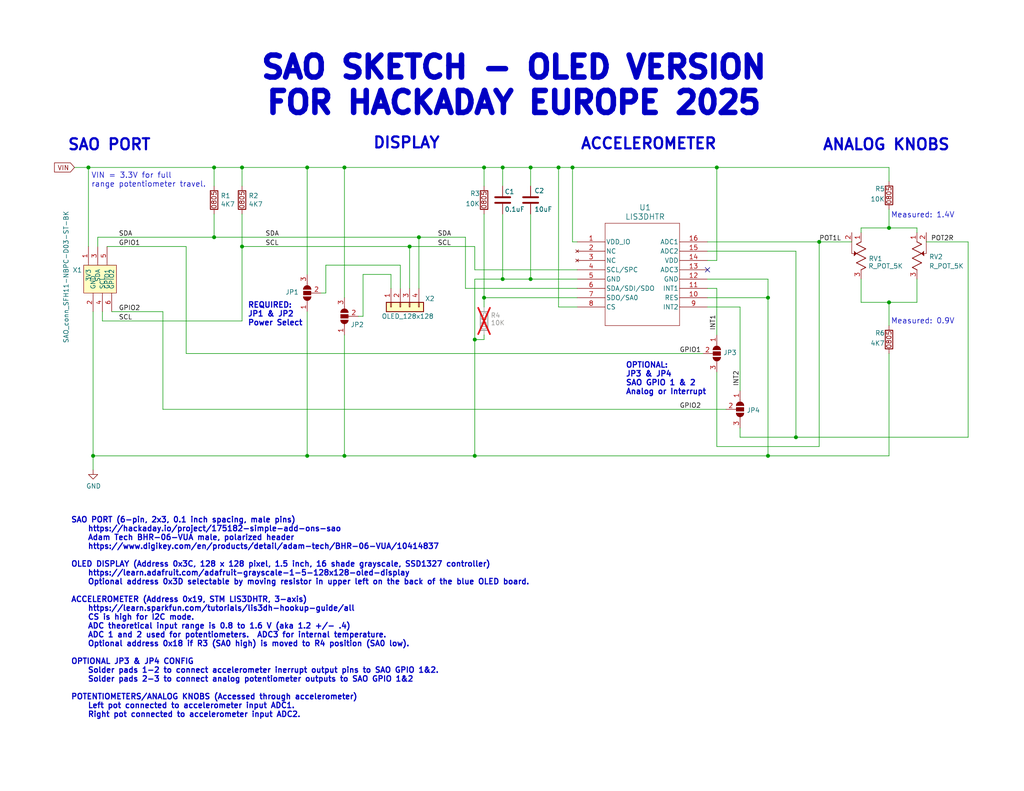
<source format=kicad_sch>
(kicad_sch (version 20231120) (generator "eeschema") (generator_version "8.0")
  (paper "A")
  (title_block (title "SAO Sketch - OLED Version") (date "2025-01-13") (rev "1.3") (company "Concept and design by Andy Geppert @ www.MachineIdeas.com") (comment 2 "https://hackaday.io/project/197581-etch-sao-sketch") (comment 4 "All non-polarized capacitors are X7R or X5R ceramic unless otherwise noted."))
  (lib_symbols
    (symbol "ANDY_SYMBOL_LIBRARY:GND" (power) (pin_names (offset 0))
      (property "Value" "GND" (at 3.937 -1.905 0))
      (symbol "GND_0_1"
        (polyline (pts (xy 0 0) (xy 0 -1.27) (xy 1.27 -1.27) (xy 0 -2.54) (xy -1.27 -1.27) (xy 0 -1.27)))
      )
      (symbol "GND_1_1"
        (pin power_in line (at 0 0 270) (length 0) hide (name "GND") (number "1"))
      )
    )
    (symbol "ANDY_SYMBOL_LIBRARY:LIS3DHTR" (pin_names (offset 0.254))
      (property "Reference" "U" (at 18.288 9.652 0))
      (property "Value" "LIS3DHTR" (at 18.288 7.112 0))
      (symbol "LIS3DHTR_0_1"
        (polyline (pts (xy 7.62 -22.86) (xy 27.94 -22.86)) (stroke (width 0.127)))
        (polyline (pts (xy 7.62 5.08) (xy 7.62 -22.86)) (stroke (width 0.127)))
        (polyline (pts (xy 27.94 -22.86) (xy 27.94 5.08)) (stroke (width 0.127)))
        (polyline (pts (xy 27.94 5.08) (xy 7.62 5.08)) (stroke (width 0.127)))
        (pin power_in line (at 0 0 0) (length 7.62) (name "VDD_IO") (number "1"))
        (pin unspecified line (at 35.56 -15.24 180) (length 7.62) (name "RES") (number "10"))
        (pin unspecified line (at 35.56 -12.7 180) (length 7.62) (name "INT1") (number "11"))
        (pin power_in line (at 35.56 -10.16 180) (length 7.62) (name "GND") (number "12"))
        (pin input line (at 35.56 -7.62 180) (length 7.62) (name "ADC3") (number "13"))
        (pin power_in line (at 35.56 -5.08 180) (length 7.62) (name "VDD") (number "14"))
        (pin input line (at 35.56 -2.54 180) (length 7.62) (name "ADC2") (number "15"))
        (pin input line (at 35.56 0 180) (length 7.62) (name "ADC1") (number "16"))
        (pin no_connect line (at 0 -2.54 0) (length 7.62) (name "NC") (number "2"))
        (pin no_connect line (at 0 -5.08 0) (length 7.62) (name "NC") (number "3"))
        (pin unspecified line (at 0 -7.62 0) (length 7.62) (name "SCL/SPC") (number "4"))
        (pin power_in line (at 0 -10.16 0) (length 7.62) (name "GND") (number "5"))
        (pin unspecified line (at 0 -12.7 0) (length 7.62) (name "SDA/SDI/SDO") (number "6"))
        (pin unspecified line (at 0 -15.24 0) (length 7.62) (name "SDO/SA0") (number "7"))
        (pin unspecified line (at 0 -17.78 0) (length 7.62) (name "CS") (number "8"))
        (pin unspecified line (at 35.56 -17.78 180) (length 7.62) (name "INT2") (number "9"))
      )
    )
    (symbol "ANDY_SYMBOL_LIBRARY:POT_91AR5KLF" (pin_names (offset 0.254))
      (property "Reference" "R" (at 5.715 6.985 0))
      (property "Value" "POT_91AR5KLF" (at 6.35 -3.81 0))
      (symbol "POT_91AR5KLF_1_1"
        (polyline (pts (xy 2.54 0) (xy 3.175 1.27)) (stroke (width 0.2032)))
        (polyline (pts (xy 2.54 2.54) (xy 5.715 2.54)) (stroke (width 0.127)))
        (polyline (pts (xy 3.175 1.27) (xy 4.445 -1.27)) (stroke (width 0.2032)))
        (polyline (pts (xy 4.445 -1.27) (xy 5.715 1.27)) (stroke (width 0.2032)))
        (polyline (pts (xy 5.715 1.27) (xy 6.985 -1.27)) (stroke (width 0.2032)))
        (polyline (pts (xy 5.715 2.54) (xy 5.715 1.27)) (stroke (width 0.127)))
        (polyline (pts (xy 6.985 -1.27) (xy 8.255 1.27)) (stroke (width 0.2032)))
        (polyline (pts (xy 8.255 1.27) (xy 9.525 -1.27)) (stroke (width 0.2032)))
        (polyline (pts (xy 9.525 -1.27) (xy 10.16 0)) (stroke (width 0.2032)))
        (polyline (pts (xy 5.08 1.905) (xy 5.715 1.27) (xy 6.35 1.905) (xy 5.715 1.905)) (fill (type outline)))
        (pin unspecified line (at 0 0 0) (length 2.54) (name "") (number "1"))
        (pin unspecified line (at 2.54 2.54 180) (length 2.54) (name "") (number "2"))
        (pin unspecified line (at 12.7 0 180) (length 2.54) (name "") (number "3"))
      )
    )
    (symbol "ANDY_SYMBOL_LIBRARY:Resistor_0805" (pin_numbers hide) (pin_names (offset 0))
      (property "Reference" "R" (at 2.032 0 90))
      (property "Value" "Resistor_0805" (at 0 0 90))
      (symbol "Resistor_0805_0_1"
        (rectangle (start -1.016 -2.54) (end 1.016 2.54) (stroke (width 0.254)))
      )
      (symbol "Resistor_0805_1_1"
        (text "0805" (at 0 0 900) (effects (font (size 1.27 1.27))))
        (pin passive line (at 0 3.81 270) (length 1.27) (name "~") (number "1"))
        (pin passive line (at 0 -3.81 90) (length 1.27) (name "~") (number "2"))
      )
    )
    (symbol "ANDY_SYMBOL_LIBRARY:SAO_conn_SFH11-NBPC-D03-ST-BK-badgelife_shitty_addon_v169bis" (pin_names (offset 1.016))
      (property "Reference" "X1" (at -8.1534 1.1938 0))
      (property "Value" "SAO_conn_SFH11-NBPC-D03-ST-BK" (at -10.6934 -18.9484 0))
      (symbol "SAO_conn_SFH11-NBPC-D03-ST-BK-badgelife_shitty_addon_v169bis_0_1"
        (rectangle (start -5.08 2.54) (end 3.81 -5.08) (fill (type background)))
      )
      (symbol "SAO_conn_SFH11-NBPC-D03-ST-BK-badgelife_shitty_addon_v169bis_1_1"
        (pin input line (at -3.81 7.62 270) (length 5.08) (name "3V3") (number "1"))
        (pin input line (at -2.54 -10.16 90) (length 5.08) (name "GND") (number "2"))
        (pin input line (at -1.27 7.62 270) (length 5.08) (name "SDA") (number "3"))
        (pin input line (at 0 -10.16 90) (length 5.08) (name "SCL") (number "4"))
        (pin input line (at 1.27 7.62 270) (length 5.08) (name "GPIO1") (number "5"))
        (pin input line (at 2.54 -10.16 90) (length 5.08) (name "GPIO2") (number "6"))
      )
    )
    (symbol "CORE_64_LIBRARY:SolderJumper_3_Open-Jumper" (pin_names (offset 0) hide)
      (property "Reference" "JP1" (at -1.27 2.54 90))
      (symbol "SolderJumper_3_Open-Jumper_0_1"
        (arc (start -1.016 1.016) (mid -2.0275 0) (end -1.016 -1.016))
        (arc (start -1.016 1.016) (mid -2.0275 0) (end -1.016 -1.016) (fill (type outline)))
        (rectangle (start -0.508 1.016) (end 0.508 -1.016) (fill (type outline)))
        (polyline (pts (xy -2.54 0) (xy -2.032 0)))
        (polyline (pts (xy -1.016 1.016) (xy -1.016 -1.016)))
        (polyline (pts (xy 0 -1.27) (xy 0 -1.016)))
        (polyline (pts (xy 1.016 1.016) (xy 1.016 -1.016)))
        (polyline (pts (xy 2.54 0) (xy 2.032 0)))
        (arc (start 1.016 -1.016) (mid 2.0275 0) (end 1.016 1.016))
        (arc (start 1.016 -1.016) (mid 2.0275 0) (end 1.016 1.016) (fill (type outline)))
      )
      (symbol "SolderJumper_3_Open-Jumper_1_1"
        (pin passive line (at -5.08 0 0) (length 2.54) (name "A") (number "1"))
        (pin input line (at 0 -3.81 90) (length 2.54) (name "C") (number "2"))
        (pin passive line (at 5.08 0 180) (length 2.54) (name "B") (number "3"))
      )
    )
    (symbol "Connector_Generic:Conn_01x04" (pin_names (offset 1.016) hide)
      (property "Reference" "J" (at 0 5.08 0))
      (property "Value" "Conn_01x04" (at 0 -7.62 0))
      (symbol "Conn_01x04_1_1"
        (rectangle (start -1.27 -4.953) (end 0 -5.207) (stroke (width 0.1524)))
        (rectangle (start -1.27 -2.413) (end 0 -2.667) (stroke (width 0.1524)))
        (rectangle (start -1.27 0.127) (end 0 -0.127) (stroke (width 0.1524)))
        (rectangle (start -1.27 2.667) (end 0 2.413) (stroke (width 0.1524)))
        (rectangle (start -1.27 3.81) (end 1.27 -6.35) (stroke (width 0.254)) (fill (type background)))
        (pin passive line (at -5.08 2.54 0) (length 3.81) (name "Pin_1") (number "1"))
        (pin passive line (at -5.08 0 0) (length 3.81) (name "Pin_2") (number "2"))
        (pin passive line (at -5.08 -2.54 0) (length 3.81) (name "Pin_3") (number "3"))
        (pin passive line (at -5.08 -5.08 0) (length 3.81) (name "Pin_4") (number "4"))
      )
    )
    (symbol "Device:C" (pin_numbers hide) (pin_names (offset 0.254))
      (property "Reference" "C" (at 0.635 2.54 0))
      (property "Value" "C" (at 0.635 -2.54 0))
      (symbol "C_0_1"
        (polyline (pts (xy -2.032 -0.762) (xy 2.032 -0.762)) (stroke (width 0.508)))
        (polyline (pts (xy -2.032 0.762) (xy 2.032 0.762)) (stroke (width 0.508)))
      )
      (symbol "C_1_1"
        (pin passive line (at 0 3.81 270) (length 2.794) (name "~") (number "1"))
        (pin passive line (at 0 -3.81 90) (length 2.794) (name "~") (number "2"))
      )
    )
  )
  (bus_alias "CA_SHIFT_REGISTER_BUS" (members "CM_SR_CLK" "CM_SR_LAT" "CM_SR_~{OE}" "CM_SR_SER1"))
  (bus_alias "CM_TRANSISTOR_DRIVE_BUS" (members "CM_Q1N" "CM_Q1P" "CM_Q2N" "CM_Q2P" "CM_Q3N" "CM_Q3P" "CM_Q4N" "CM_Q4P" "CM_Q5N" "CM_Q5P" "CM_Q6N" "CM_Q6P" "CM_Q7N" "CM_Q7P" "CM_Q8N" "CM_Q8P" "CM_Q9N" "CM_Q9P" "CM_Q10N" "CM_Q10P" "CA_SR_GPO_A" "CA_SR_GPO_B" "CA_SR_GPO_C" "CA_SR_GPO_D"))
  (bus_alias "GPIO_CPS_BUS" (members "GPIO1_CP1_SAO1" "GPIO2_CP2_SAO2" "GPIO3_CP3_DC" "GPIO4_CP4_CS2" "GPIO5_CP5_HS1" "GPIO6_CP6_HS2" "GPIO7_CP7_HS3" "GPIO8_CP8_HS4"))
  (bus_alias "I2C_3V3_BUS" (members "I2C_3V3_SCL" "I2C_3V3_SDA"))
  (bus_alias "SPI_3V3_BUS" (members "SPI_CD" "SPI_RESET" "SPI_SDI" "SPI_CS1" "SPI_CLK" "SPI_SDO"))
  (junction (at 83.82 45.72))
  (junction (at 93.98 45.72))
  (junction (at 66.04 45.72))
  (junction (at 66.04 67.31))
  (junction (at 217.17 119.38))
  (junction (at 132.08 45.72))
  (junction (at 25.4 124.46))
  (junction (at 83.82 124.46))
  (junction (at 209.55 124.46))
  (junction (at 58.42 64.77))
  (junction (at 144.78 76.2))
  (junction (at 144.78 45.72))
  (junction (at 195.58 45.72))
  (junction (at 129.54 92.71))
  (junction (at 242.57 62.23))
  (junction (at 137.16 45.72))
  (junction (at 242.57 82.55))
  (junction (at 24.13 45.72))
  (junction (at 152.4 45.72))
  (junction (at 58.42 45.72))
  (junction (at 114.3 64.77))
  (junction (at 209.55 81.28))
  (junction (at 111.76 67.31))
  (junction (at 129.54 124.46))
  (junction (at 156.21 45.72))
  (junction (at 223.52 66.04))
  (junction (at 137.16 76.2))
  (junction (at 93.98 124.46))
  (junction (at 132.08 81.28))
  (no_connect (at 193.04 73.66))
  (wire (pts (xy 156.21 45.72) (xy 195.58 45.72)))
  (wire (pts (xy 24.13 45.72) (xy 58.42 45.72)))
  (wire (pts (xy 217.17 119.38) (xy 264.16 119.38)))
  (wire (pts (xy 27.94 87.63) (xy 27.94 85.09)))
  (wire (pts (xy 195.58 121.92) (xy 195.58 101.6)))
  (wire (pts (xy 193.04 83.82) (xy 201.93 83.82)))
  (wire (pts (xy 132.08 81.28) (xy 132.08 58.42)))
  (wire (pts (xy 127 78.74) (xy 127 64.77)))
  (wire (pts (xy 252.73 66.04) (xy 264.16 66.04)))
  (wire (pts (xy 195.58 45.72) (xy 242.57 45.72)))
  (wire (pts (xy 30.48 85.09) (xy 44.45 85.09)))
  (wire (pts (xy 264.16 119.38) (xy 264.16 66.04)))
  (wire (pts (xy 137.16 58.42) (xy 137.16 76.2)))
  (wire (pts (xy 25.4 124.46) (xy 83.82 124.46)))
  (wire (pts (xy 157.48 81.28) (xy 132.08 81.28)))
  (wire (pts (xy 137.16 45.72) (xy 137.16 50.8)))
  (wire (pts (xy 20.32 45.72) (xy 24.13 45.72)))
  (wire (pts (xy 58.42 58.42) (xy 58.42 64.77)))
  (wire (pts (xy 50.8 67.31) (xy 50.8 96.52)))
  (wire (pts (xy 66.04 45.72) (xy 83.82 45.72)))
  (wire (pts (xy 83.82 45.72) (xy 83.82 74.93)))
  (wire (pts (xy 242.57 88.9) (xy 242.57 82.55)))
  (wire (pts (xy 50.8 96.52) (xy 191.77 96.52)))
  (wire (pts (xy 193.04 78.74) (xy 195.58 78.74)))
  (wire (pts (xy 83.82 85.09) (xy 83.82 124.46)))
  (wire (pts (xy 88.9 72.39) (xy 109.22 72.39)))
  (wire (pts (xy 132.08 91.44) (xy 132.08 92.71)))
  (wire (pts (xy 66.04 58.42) (xy 66.04 67.31)))
  (wire (pts (xy 137.16 45.72) (xy 144.78 45.72)))
  (wire (pts (xy 129.54 124.46) (xy 209.55 124.46)))
  (wire (pts (xy 144.78 45.72) (xy 144.78 50.8)))
  (wire (pts (xy 93.98 45.72) (xy 132.08 45.72)))
  (wire (pts (xy 234.95 76.2) (xy 234.95 82.55)))
  (wire (pts (xy 114.3 64.77) (xy 127 64.77)))
  (wire (pts (xy 144.78 76.2) (xy 157.48 76.2)))
  (wire (pts (xy 129.54 76.2) (xy 129.54 92.71)))
  (wire (pts (xy 217.17 68.58) (xy 217.17 119.38)))
  (wire (pts (xy 26.67 64.77) (xy 26.67 67.31)))
  (wire (pts (xy 157.48 78.74) (xy 127 78.74)))
  (wire (pts (xy 99.06 86.36) (xy 99.06 74.93)))
  (wire (pts (xy 93.98 91.44) (xy 93.98 124.46)))
  (wire (pts (xy 152.4 83.82) (xy 157.48 83.82)))
  (wire (pts (xy 109.22 72.39) (xy 109.22 78.74)))
  (wire (pts (xy 58.42 64.77) (xy 114.3 64.77)))
  (wire (pts (xy 58.42 45.72) (xy 66.04 45.72)))
  (wire (pts (xy 106.68 74.93) (xy 106.68 78.74)))
  (wire (pts (xy 83.82 45.72) (xy 93.98 45.72)))
  (wire (pts (xy 195.58 78.74) (xy 195.58 91.44)))
  (wire (pts (xy 242.57 82.55) (xy 250.19 82.55)))
  (wire (pts (xy 157.48 66.04) (xy 156.21 66.04)))
  (wire (pts (xy 195.58 45.72) (xy 195.58 71.12)))
  (wire (pts (xy 132.08 45.72) (xy 137.16 45.72)))
  (wire (pts (xy 223.52 66.04) (xy 223.52 121.92)))
  (wire (pts (xy 58.42 45.72) (xy 58.42 50.8)))
  (wire (pts (xy 209.55 124.46) (xy 242.57 124.46)))
  (wire (pts (xy 132.08 92.71) (xy 129.54 92.71)))
  (wire (pts (xy 44.45 111.76) (xy 198.12 111.76)))
  (wire (pts (xy 93.98 45.72) (xy 93.98 81.28)))
  (wire (pts (xy 144.78 45.72) (xy 152.4 45.72)))
  (wire (pts (xy 234.95 62.23) (xy 242.57 62.23)))
  (wire (pts (xy 27.94 87.63) (xy 66.04 87.63)))
  (wire (pts (xy 83.82 124.46) (xy 93.98 124.46)))
  (wire (pts (xy 242.57 96.52) (xy 242.57 124.46)))
  (wire (pts (xy 114.3 64.77) (xy 114.3 78.74)))
  (wire (pts (xy 111.76 67.31) (xy 129.54 67.31)))
  (wire (pts (xy 152.4 45.72) (xy 152.4 83.82)))
  (wire (pts (xy 193.04 71.12) (xy 195.58 71.12)))
  (wire (pts (xy 137.16 76.2) (xy 144.78 76.2)))
  (wire (pts (xy 88.9 80.01) (xy 87.63 80.01)))
  (wire (pts (xy 44.45 85.09) (xy 44.45 111.76)))
  (wire (pts (xy 223.52 66.04) (xy 232.41 66.04)))
  (wire (pts (xy 242.57 45.72) (xy 242.57 49.53)))
  (wire (pts (xy 137.16 76.2) (xy 129.54 76.2)))
  (wire (pts (xy 217.17 68.58) (xy 193.04 68.58)))
  (wire (pts (xy 223.52 121.92) (xy 195.58 121.92)))
  (wire (pts (xy 129.54 73.66) (xy 129.54 67.31)))
  (wire (pts (xy 201.93 83.82) (xy 201.93 106.68)))
  (wire (pts (xy 152.4 45.72) (xy 156.21 45.72)))
  (wire (pts (xy 209.55 81.28) (xy 209.55 124.46)))
  (wire (pts (xy 144.78 58.42) (xy 144.78 76.2)))
  (wire (pts (xy 156.21 66.04) (xy 156.21 45.72)))
  (wire (pts (xy 250.19 76.2) (xy 250.19 82.55)))
  (wire (pts (xy 234.95 62.23) (xy 234.95 63.5)))
  (wire (pts (xy 129.54 92.71) (xy 129.54 124.46)))
  (wire (pts (xy 242.57 62.23) (xy 250.19 62.23)))
  (wire (pts (xy 88.9 80.01) (xy 88.9 72.39)))
  (wire (pts (xy 93.98 124.46) (xy 129.54 124.46)))
  (wire (pts (xy 25.4 128.27) (xy 25.4 124.46)))
  (wire (pts (xy 242.57 57.15) (xy 242.57 62.23)))
  (wire (pts (xy 111.76 67.31) (xy 111.76 78.74)))
  (wire (pts (xy 201.93 119.38) (xy 217.17 119.38)))
  (wire (pts (xy 66.04 67.31) (xy 66.04 87.63)))
  (wire (pts (xy 99.06 74.93) (xy 106.68 74.93)))
  (wire (pts (xy 66.04 67.31) (xy 111.76 67.31)))
  (wire (pts (xy 157.48 73.66) (xy 129.54 73.66)))
  (wire (pts (xy 193.04 81.28) (xy 209.55 81.28)))
  (wire (pts (xy 250.19 62.23) (xy 250.19 63.5)))
  (wire (pts (xy 29.21 67.31) (xy 50.8 67.31)))
  (wire (pts (xy 25.4 124.46) (xy 25.4 85.09)))
  (wire (pts (xy 234.95 82.55) (xy 242.57 82.55)))
  (wire (pts (xy 209.55 76.2) (xy 209.55 81.28)))
  (wire (pts (xy 132.08 81.28) (xy 132.08 83.82)))
  (wire (pts (xy 193.04 76.2) (xy 209.55 76.2)))
  (wire (pts (xy 201.93 119.38) (xy 201.93 116.84)))
  (wire (pts (xy 193.04 66.04) (xy 223.52 66.04)))
  (wire (pts (xy 66.04 45.72) (xy 66.04 50.8)))
  (wire (pts (xy 97.79 86.36) (xy 99.06 86.36)))
  (wire (pts (xy 132.08 45.72) (xy 132.08 50.8)))
  (wire (pts (xy 24.13 45.72) (xy 24.13 67.31)))
  (wire (pts (xy 26.67 64.77) (xy 58.42 64.77)))
  (text "SAO PORT (6-pin, 2x3, 0.1 inch spacing, male pins)\n    https://hackaday.io/project/175182-simple-add-ons-sao\n    Adam Tech BHR-06-VUA male, polarized header\n    https://www.digikey.com/en/products/detail/adam-tech/BHR-06-VUA/10414837\n\nOLED DISPLAY (Address 0x3C, 128 x 128 pixel, 1.5 inch, 16 shade grayscale, SSD1327 controller)\n    https://learn.adafruit.com/adafruit-grayscale-1-5-128x128-oled-display\n    Optional address 0x3D selectable by moving resistor in upper left on the back of the blue OLED board.\n\nACCELEROMETER (Address 0x19, STM LIS3DHTR, 3-axis)\n    https://learn.sparkfun.com/tutorials/lis3dh-hookup-guide/all\n    CS is high for I2C mode.\n    ADC theoretical input range is 0.8 to 1.6 V (aka 1.2 +/- .4)\n    ADC 1 and 2 used for potentiometers.  ADC3 for internal temperature.\n    Optional address 0x18 if R3 (SA0 high) is moved to R4 position (SA0 low).\n\nOPTIONAL JP3 & JP4 CONFIG\n    Solder pads 1-2 to connect accelerometer inerrupt output pins to SAO GPIO 1&2.\n    Solder pads 2-3 to connect analog potentiometer outputs to SAO GPIO 1&2  \n\nPOTENTIOMETERS/ANALOG KNOBS (Accessed through accelerometer)\n    Left pot connected to accelerometer input ADC1.\n    Right pot connected to accelerometer input ADC2." (at 19.304 196.088 0) (effects (font (size 1.5 1.5) (thickness 0.3) (bold yes)) (justify left bottom)))
  (text "Measured: 1.4V" (at 243.078 59.69 0) (effects (font (size 1.5 1.5)) (justify left bottom)))
  (text "REQUIRED:\nJP1 & JP2\nPower Select" (at 67.564 89.154 0) (effects (font (size 1.5 1.5) (thickness 0.3) (bold yes)) (justify left bottom)))
  (text "DISPLAY" (at 101.6 40.894 0) (effects (font (size 3 3) (thickness 0.6) (bold yes)) (justify left bottom)))
  (text "ANALOG KNOBS" (at 224.282 41.402 0) (effects (font (size 3 3) (thickness 0.6) (bold yes)) (justify left bottom)))
  (text "SAO SKETCH - OLED VERSION\nFOR HACKADAY EUROPE 2025" (at 140.208 31.75 0) (effects (font (size 6 6) (thickness 1.6) (bold yes)) (justify bottom)))
  (text "Measured: 0.9V" (at 243.078 88.646 0) (effects (font (size 1.5 1.5)) (justify left bottom)))
  (text "VIN = 3.3V for full\nrange potentiometer travel." (at 24.892 51.308 0) (effects (font (size 1.5 1.5)) (justify left bottom)))
  (text "OPTIONAL:\nJP3 & JP4\nSAO GPIO 1 & 2\nAnalog or Interrupt" (at 170.688 107.95 0) (effects (font (size 1.5 1.5) (thickness 0.3) (bold yes)) (justify left bottom)))
  (text "ACCELEROMETER" (at 158.242 41.148 0) (effects (font (size 3 3) (thickness 0.6) (bold yes)) (justify left bottom)))
  (text "SAO PORT" (at 18.288 41.402 0) (effects (font (size 3 3) (thickness 0.6) (bold yes)) (justify left bottom)))
  (label "SDA" (at 32.385 64.77 0))
  (label "GPIO1" (at 32.385 67.31 0))
  (label "SCL" (at 32.385 87.63 0))
  (label "POT2R" (at 254 66.04 0))
  (label "INT2" (at 201.93 105.41 90))
  (label "GPIO2" (at 32.385 85.09 0))
  (label "GPIO1" (at 185.42 96.52 0))
  (label "SCL" (at 119.38 67.31 0))
  (label "SDA" (at 72.39 64.77 0))
  (label "GPIO2" (at 185.42 111.76 0))
  (label "POT1L" (at 223.52 66.04 0))
  (label "SDA" (at 119.38 64.77 0))
  (label "SCL" (at 72.39 67.31 0))
  (label "INT1" (at 195.58 90.17 90))
  (global_label "VIN" (shape input) (at 20.32 45.72 180) (property "Intersheetrefs" "${INTERSHEET_REFS}" (effects (hide yes))))
  (symbol (lib_id "ANDY_SYMBOL_LIBRARY:Resistor_0805") (at 66.04 54.61 0) (unit 1)
    (property "Reference" "R2" (at 67.818 53.4416 0) (effects (justify left)))
    (property "Value" "4K7" (at 67.818 55.753 0) (effects (justify left)))
    (property "Footprint" "Resistor_SMD:R_0805_2012Metric" (effects (hide yes)))
    (property "Description" "Resistor" (effects (hide yes)))
    (property "Populate" "no" (effects (hide yes)))
    (property "LCSC" "C17673" (effects (hide yes)))
  )
  (symbol (lib_id "CORE_64_LIBRARY:SolderJumper_3_Open-Jumper") (at 201.93 111.76 270) (unit 1)
    (property "Reference" "JP4" (at 203.708 112.014 90) (effects (justify left)))
    (property "Value" "SolderJumper_3_Open" (effects (hide yes)))
    (property "Footprint" "Jumper:SolderJumper-3_P1.3mm_Open_RoundedPad1.0x1.5mm_NumberLabels" (effects (hide yes)))
    (property "Insert?" "No" (effects (hide yes)))
    (property "Populate" "DNP" (effects (hide yes)))
  )
  (symbol (lib_id "CORE_64_LIBRARY:SolderJumper_3_Open-Jumper") (at 195.58 96.52 270) (unit 1)
    (property "Reference" "JP3" (at 197.358 96.266 90) (effects (justify left)))
    (property "Value" "SolderJumper_3_Open" (effects (hide yes)))
    (property "Footprint" "Jumper:SolderJumper-3_P1.3mm_Open_RoundedPad1.0x1.5mm_NumberLabels" (effects (hide yes)))
    (property "Insert?" "No" (effects (hide yes)))
    (property "Populate" "DNP" (effects (hide yes)))
  )
  (symbol (lib_id "ANDY_SYMBOL_LIBRARY:Resistor_0805") (at 58.42 54.61 0) (unit 1)
    (property "Reference" "R1" (at 60.198 53.4416 0) (effects (justify left)))
    (property "Value" "4K7" (at 60.198 55.753 0) (effects (justify left)))
    (property "Footprint" "Resistor_SMD:R_0805_2012Metric" (effects (hide yes)))
    (property "Description" "Resistor" (effects (hide yes)))
    (property "Populate" "no" (effects (hide yes)))
    (property "LCSC" "C17673" (effects (hide yes)))
  )
  (symbol (lib_id "ANDY_SYMBOL_LIBRARY:GND") (at 25.4 128.27 0) (unit 1)
    (property "Reference" "#PWR02" (effects (hide yes)))
    (property "Value" "GND" (at 25.527 132.715 0))
  )
  (symbol (lib_id "ANDY_SYMBOL_LIBRARY:LIS3DHTR") (at 157.48 66.04 0) (unit 1)
    (property "Reference" "U1" (at 176.022 56.642 0) (effects (font (size 1.524 1.524))))
    (property "Value" "LIS3DHTR" (at 176.022 59.182 0) (effects (font (size 1.524 1.524))))
    (property "Footprint" "Andy_Footprint_Library:LGA-16_3x3x1mm_STM" (effects (hide yes)))
    (property "Datasheet" "LIS3DHTR" (effects (hide yes)))
    (property "Digi-Key_PN" "497-10613-2-ND" (effects (hide yes)))
    (property "LCSC" "C15134" (effects (hide yes)))
    (property "Manufacturer" "STMicroelectronics" (effects (hide yes)))
    (property "Manufacturer_Part_Number" "LIS3DHTR" (effects (hide yes)))
  )
  (symbol (lib_id "Connector_Generic:Conn_01x04") (at 109.22 83.82 90) (mirror x) (unit 1)
    (property "Reference" "X2" (at 118.618 81.534 90) (effects (justify left)))
    (property "Value" "OLED_128x128" (at 118.364 86.36 90) (effects (justify left)))
    (property "Footprint" "Andy_Footprint_Library:OLED_1.50_128x128" (effects (hide yes)))
    (property "Insert?" "No" (effects (hide yes)))
    (property "Populate" "DNP" (effects (hide yes)))
    (property "User Optional" "yes" (effects (hide yes)))
  )
  (symbol (lib_id "ANDY_SYMBOL_LIBRARY:POT_91AR5KLF") (at 234.95 63.5 90) (mirror x) (unit 1)
    (property "Reference" "RV1" (at 240.792 70.612 90) (effects (justify left)))
    (property "Value" "R_POT_5K" (at 246.38 72.644 90) (effects (justify left)))
    (property "Footprint" "Andy_Footprint_Library:POT_RES3_91A_TTE" (effects (hide yes)))
    (property "Datasheet" "91AR5KLF" (effects (hide yes)))
    (property "Description" "Potentiometer, US symbol" (effects (hide yes)))
    (property "Digi-Key_PN" "987-1171-ND" (effects (hide yes)))
    (property "Manufacturer" "TT Electronics" (effects (hide yes)))
    (property "Manufacturer_Part_Number" "91AR5KLF" (effects (hide yes)))
  )
  (symbol (lib_id "ANDY_SYMBOL_LIBRARY:Resistor_0805") (at 132.08 54.61 0) (unit 1)
    (property "Reference" "R3" (at 128.27 52.832 0) (effects (justify left)))
    (property "Value" "10K" (at 127 55.626 0) (effects (justify left)))
    (property "Footprint" "Resistor_SMD:R_0805_2012Metric" (effects (hide yes)))
    (property "Description" "Resistor" (effects (hide yes)))
    (property "Populate" "no" (effects (hide yes)))
    (property "LCSC" "C17414" (effects (hide yes)))
  )
  (symbol (lib_id "ANDY_SYMBOL_LIBRARY:Resistor_0805") (at 132.08 87.63 0) (unit 1) (dnp yes)
    (property "Reference" "R4" (at 133.858 86.106 0) (effects (justify left)))
    (property "Value" "10K" (at 133.858 88.138 0) (effects (justify left)))
    (property "Footprint" "Resistor_SMD:R_0805_2012Metric" (effects (hide yes)))
    (property "Description" "Resistor" (effects (hide yes)))
    (property "Populate" "no" (effects (hide yes)))
    (property "LCSC" "C17414" (effects (hide yes)))
  )
  (symbol (lib_id "ANDY_SYMBOL_LIBRARY:Resistor_0805") (at 242.57 92.71 0) (unit 1)
    (property "Reference" "R6" (at 238.76 90.932 0) (effects (justify left)))
    (property "Value" "4K7" (at 237.49 93.726 0) (effects (justify left)))
    (property "Footprint" "Resistor_SMD:R_0805_2012Metric" (effects (hide yes)))
    (property "Description" "Resistor" (effects (hide yes)))
    (property "Populate" "no" (effects (hide yes)))
    (property "LCSC" "C17673" (effects (hide yes)))
  )
  (symbol (lib_id "Device:C") (at 137.16 54.61 0) (unit 1)
    (property "Reference" "C1" (at 137.668 52.324 0) (effects (justify left)))
    (property "Value" "0.1uF" (at 137.668 57.15 0) (effects (justify left)))
    (property "Footprint" "Capacitor_SMD:C_0805_2012Metric" (effects (hide yes)))
    (property "Description" "CAP" (effects (hide yes)))
    (property "Insert?" "Yes" (effects (hide yes)))
    (property "LCSC" "C28233" (effects (hide yes)))
    (property "Populate" "yes" (effects (hide yes)))
  )
  (symbol (lib_id "Device:C") (at 144.78 54.61 0) (unit 1)
    (property "Reference" "C2" (at 145.796 52.07 0) (effects (justify left)))
    (property "Value" "10uF" (at 145.796 57.15 0) (effects (justify left)))
    (property "Footprint" "Capacitor_SMD:C_0805_2012Metric" (effects (hide yes)))
    (property "Description" "CAP" (effects (hide yes)))
    (property "Insert?" "Yes" (effects (hide yes)))
    (property "LCSC" "C17024" (effects (hide yes)))
    (property "Populate" "yes" (effects (hide yes)))
  )
  (symbol (lib_id "ANDY_SYMBOL_LIBRARY:SAO_conn_SFH11-NBPC-D03-ST-BK-badgelife_shitty_addon_v169bis") (at 27.94 74.93 0) (unit 1)
    (property "Reference" "X1" (at 19.7866 73.7362 0) (effects (justify left)))
    (property "Value" "SAO_conn_SFH11-NBPC-D03-ST-BK" (at 18.034 93.726 90) (effects (justify left)))
    (property "Footprint" "Andy_Footprint_Library:Badgelife-SAOv169-BADGE-2x3-Edge-Connect-no-front-text-shortened" (effects (hide yes)))
    (property "Description" "CONN HDR 6POS KEYED SOCKET 0.1 T.H." (effects (hide yes)))
    (property "MPN" "SFH11-NBPC-D03-ST-BK" (effects (hide yes)))
    (property "Manufacturer_Name" "Sullins" (effects (hide yes)))
    (property "Insert?" "Yes" (effects (hide yes)))
    (property "Populate" "DNP" (effects (hide yes)))
    (property "User Optional" "yes" (effects (hide yes)))
  )
  (symbol (lib_id "ANDY_SYMBOL_LIBRARY:POT_91AR5KLF") (at 250.19 63.5 270) (unit 1)
    (property "Reference" "RV2" (at 253.492 70.104 90) (effects (justify left)))
    (property "Value" "R_POT_5K" (at 253.492 72.644 90) (effects (justify left)))
    (property "Footprint" "Andy_Footprint_Library:POT_RES3_91A_TTE" (effects (hide yes)))
    (property "Datasheet" "91AR5KLF" (effects (hide yes)))
    (property "Description" "Potentiometer, US symbol" (effects (hide yes)))
    (property "Digi-Key_PN" "987-1171-ND" (effects (hide yes)))
    (property "Manufacturer" "TT Electronics" (effects (hide yes)))
    (property "Manufacturer_Part_Number" "91AR5KLF" (effects (hide yes)))
  )
  (symbol (lib_id "CORE_64_LIBRARY:SolderJumper_3_Open-Jumper") (at 83.82 80.01 90) (unit 1)
    (property "Reference" "JP1" (at 81.534 79.756 90) (effects (justify left)))
    (property "Value" "SolderJumper_3_Open" (effects (hide yes)))
    (property "Footprint" "Jumper:SolderJumper-3_P1.3mm_Open_RoundedPad1.0x1.5mm_NumberLabels" (effects (hide yes)))
    (property "Insert?" "No" (effects (hide yes)))
    (property "Populate" "DNP" (effects (hide yes)))
  )
  (symbol (lib_id "ANDY_SYMBOL_LIBRARY:Resistor_0805") (at 242.57 53.34 0) (unit 1)
    (property "Reference" "R5" (at 238.76 51.562 0) (effects (justify left)))
    (property "Value" "10K" (at 237.49 54.356 0) (effects (justify left)))
    (property "Footprint" "Resistor_SMD:R_0805_2012Metric" (effects (hide yes)))
    (property "Description" "Resistor" (effects (hide yes)))
    (property "Populate" "no" (effects (hide yes)))
    (property "LCSC" "C17414" (effects (hide yes)))
  )
  (symbol (lib_id "CORE_64_LIBRARY:SolderJumper_3_Open-Jumper") (at 93.98 86.36 90) (unit 1)
    (property "Reference" "JP2" (at 99.314 88.646 90) (effects (justify left)))
    (property "Value" "SolderJumper_3_Open" (effects (hide yes)))
    (property "Footprint" "Jumper:SolderJumper-3_P1.3mm_Open_RoundedPad1.0x1.5mm_NumberLabels" (effects (hide yes)))
    (property "Insert?" "No" (effects (hide yes)))
    (property "Populate" "DNP" (effects (hide yes)))
  )
)
</source>
